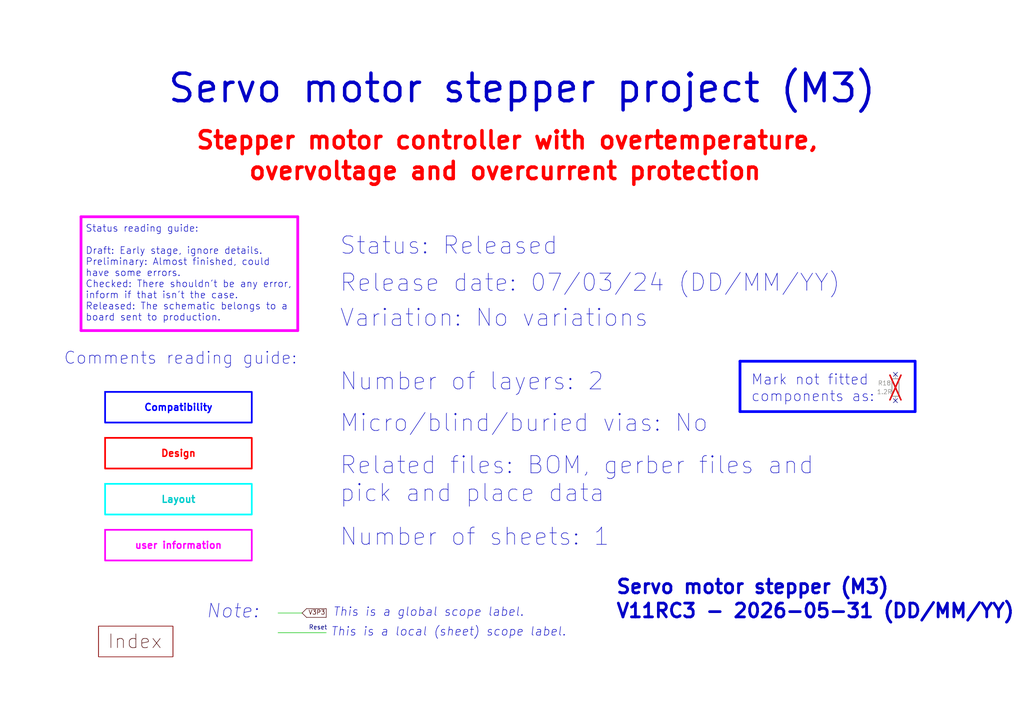
<source format=kicad_sch>
(kicad_sch (version 20231120) (generator "eeschema") (generator_version "8.0")
  (paper "A4")
  (title_block (title "Servo motor stepper - M3  project") (date "2024-10-30") (rev "V11RC3"))
  (lib_symbols
    (symbol "Device:R" (pin_numbers hide) (pin_names (offset 0))
      (property "Reference" "R" (at 2.032 0 90))
      (property "Value" "R" (at 0 0 90))
      (symbol "R_0_1"
        (rectangle (start -1.016 -2.54) (end 1.016 2.54) (stroke (width 0.254)))
      )
      (symbol "R_1_1"
        (pin passive line (at 0 3.81 270) (length 1.27) (name "~") (number "1"))
        (pin passive line (at 0 -3.81 90) (length 1.27) (name "~") (number "2"))
      )
    )
  )
  (no_connect (at 259.715 108.585))
  (no_connect (at 259.715 116.205))
  (polyline (pts (xy 88.9 176.53) (xy 94.615 176.53)) (stroke (width 0) (color 72 0 0 1)))
  (polyline (pts (xy 214.63 104.775) (xy 265.43 104.775)) (stroke (width 0.8) (type solid) (color 0 0 255 1)))
  (polyline (pts (xy 23.495 95.885) (xy 23.495 62.865)) (stroke (width 0.8) (color 255 0 255 1)))
  (polyline (pts (xy 80.645 177.8) (xy 87.63 177.8)) (stroke (width 0) (color 0 194 0 1)))
  (polyline (pts (xy 87.63 177.8) (xy 88.9 179.07)) (stroke (width 0) (color 72 0 0 1)))
  (polyline (pts (xy 86.36 95.885) (xy 23.495 95.885)) (stroke (width 0.8) (color 255 0 255 1)))
  (polyline (pts (xy 265.43 119.38) (xy 214.63 119.38)) (stroke (width 0.8) (type solid) (color 0 0 255 1)))
  (polyline (pts (xy 265.43 104.775) (xy 265.43 119.38)) (stroke (width 0.8) (type solid) (color 0 0 255 1)))
  (polyline (pts (xy 88.9 179.07) (xy 94.615 179.07)) (stroke (width 0) (color 72 0 0 1)))
  (polyline (pts (xy 23.495 62.865) (xy 86.36 62.865)) (stroke (width 0.8) (color 255 0 255 1)))
  (polyline (pts (xy 80.645 183.515) (xy 94.615 183.515)) (stroke (width 0) (color 0 194 0 1)))
  (polyline (pts (xy 86.36 62.865) (xy 86.36 95.885)) (stroke (width 0.8) (color 255 0 255 1)))
  (polyline (pts (xy 94.615 176.53) (xy 94.615 179.07)) (stroke (width 0) (color 72 0 0 1)))
  (polyline (pts (xy 214.63 119.38) (xy 214.63 104.775)) (stroke (width 0.8) (type solid) (color 0 0 255 1)))
  (polyline (pts (xy 87.63 177.8) (xy 88.9 176.53)) (stroke (width 0) (color 72 0 0 1)))
  (text_box "Design" (at 30.48 127 0) (size 42.545 8.89) (stroke (width 0.5) (color 255 0 0 1)) (effects (font (size 2 2) (thickness 0.4) (bold yes))))
  (text_box "user information" (at 30.48 153.67 0) (size 42.545 8.89) (stroke (width 0.5) (color 255 0 255 1)) (effects (font (size 2 2) (thickness 0.4) (bold yes))))
  (text_box "Compatibility" (at 30.48 113.665 0) (size 42.545 8.89) (stroke (width 0.5) (color 0 0 255 1)) (effects (font (size 2 2) (thickness 0.4) (bold yes))))
  (text_box "Layout" (at 30.48 140.335 0) (size 42.545 8.89) (stroke (width 0.5) (color 0 255 255 1)) (effects (font (size 2 2) (thickness 0.4) (bold yes))))
  (text "Variation: No variations" (at 98.425 95.25 0) (effects (font (size 5 5)) (justify left bottom)))
  (text "${REVISION} - ${CURRENT_DATE} (DD/MM/YY)" (at 178.435 179.705 0) (effects (font (size 4 4) (thickness 0.8) (bold yes)) (justify left bottom)))
  (text "Status reading guide:\n\nDraft: Early stage, ignore details.\nPreliminary: Almost finished, could\nhave some errors.\nChecked: There shouldn't be any error,\ninform if that isn't the case.\nReleased: The schematic belongs to a \nboard sent to production." (at 24.765 93.345 0) (effects (font (size 2 2)) (justify left bottom)))
  (text "Servo motor stepper project (M3)" (at 48.26 30.48 0) (effects (font (size 8 8) (thickness 1) (bold yes)) (justify left bottom)))
  (text "This is a global scope label." (at 96.52 179.07 0) (effects (font (size 2.5 2.5) (italic yes)) (justify left bottom)))
  (text "Micro/blind/buried vias: No" (at 98.425 125.73 0) (effects (font (size 5 5)) (justify left bottom)))
  (text "Status: Released" (at 98.425 74.295 0) (effects (font (size 5 5)) (justify left bottom)))
  (text "Comments reading guide:" (at 18.415 106.045 0) (effects (font (size 3.5 3.5)) (justify left bottom)))
  (text "overvoltage and overcurrent protection" (at 71.755 52.705 0) (effects (font (size 5 5) (thickness 1) (bold yes)) (justify left bottom)))
  (text "Reset" (at 89.535 182.88 0) (effects (font (size 1.27 1.27)) (justify left bottom)))
  (text "Note:" (at 59.69 179.705 0) (effects (font (size 4 4) (italic yes)) (justify left bottom)))
  (text "Stepper motor controller with overtemperature," (at 56.515 43.815 0) (effects (font (size 5 5) (thickness 1) (bold yes)) (justify left bottom)))
  (text "Related files: BOM, gerber files and\npick and place data" (at 98.425 146.05 0) (effects (font (size 5 5)) (justify left bottom)))
  (text "Number of sheets: 1" (at 98.425 158.75 0) (effects (font (size 5 5)) (justify left bottom)))
  (text "This is a local (sheet) scope label." (at 95.885 184.785 0) (effects (font (size 2.5 2.5) (italic yes)) (justify left bottom)))
  (text "Index" (at 31.115 188.595 0) (effects (font (size 4 4)) (justify left bottom)))
  (text "Mark not fitted\ncomponents as:" (at 217.805 116.84 0) (effects (font (size 3 3)) (justify left bottom)))
  (text "Number of layers: 2" (at 98.425 113.665 0) (effects (font (size 5 5)) (justify left bottom)))
  (text "Release date: 07/03/24 (DD/MM/YY)" (at 98.425 85.09 0) (effects (font (size 5 5)) (justify left bottom)))
  (text "V3P3" (at 89.408 178.562 0) (effects (font (size 1.27 1.27)) (justify left bottom)))
  (text "Servo motor stepper (M3)" (at 178.435 172.72 0) (effects (font (size 4 4) (thickness 0.8) (bold yes)) (justify left bottom)))
  (symbol (lib_id "Device:R") (at 259.715 112.395 0) (unit 1) (exclude_from_sim yes) (in_bom no) (on_board no) (dnp yes)
    (property "Reference" "R18" (at 256.54 111.125 0))
    (property "Value" "1.2R" (at 256.54 113.665 0))
    (property "Footprint" "Resistor_SMD:R_0402_1005Metric" (effects (hide yes)))
  )
  (sheet (at 28.575 181.61) (size 21.59 8.89) (stroke (width 0.1524))
    (property "Sheetname" "index" (effects (hide yes)))
    (property "Sheetfile" "index.kicad_sch" (effects (hide yes)))
  )
)
</source>
